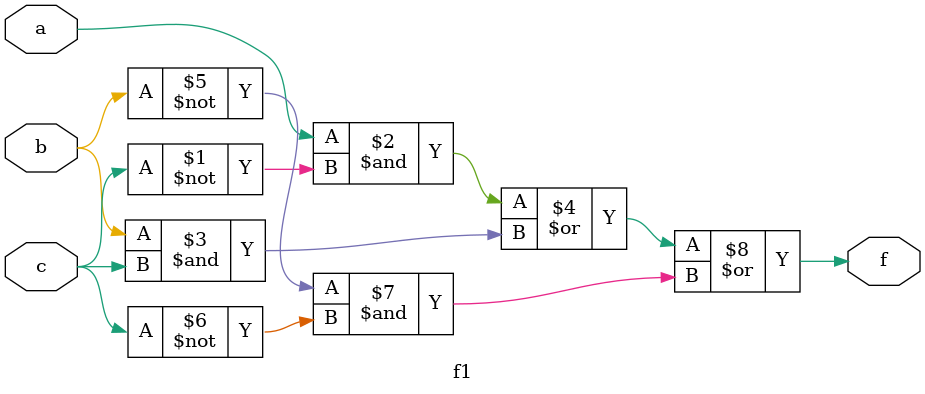
<source format=v>
module f1(a,b,c,f);
input a,b,c;
output f;
assign f = (a&~c)|(b&c)|(~b&~c);
endmodule
</source>
